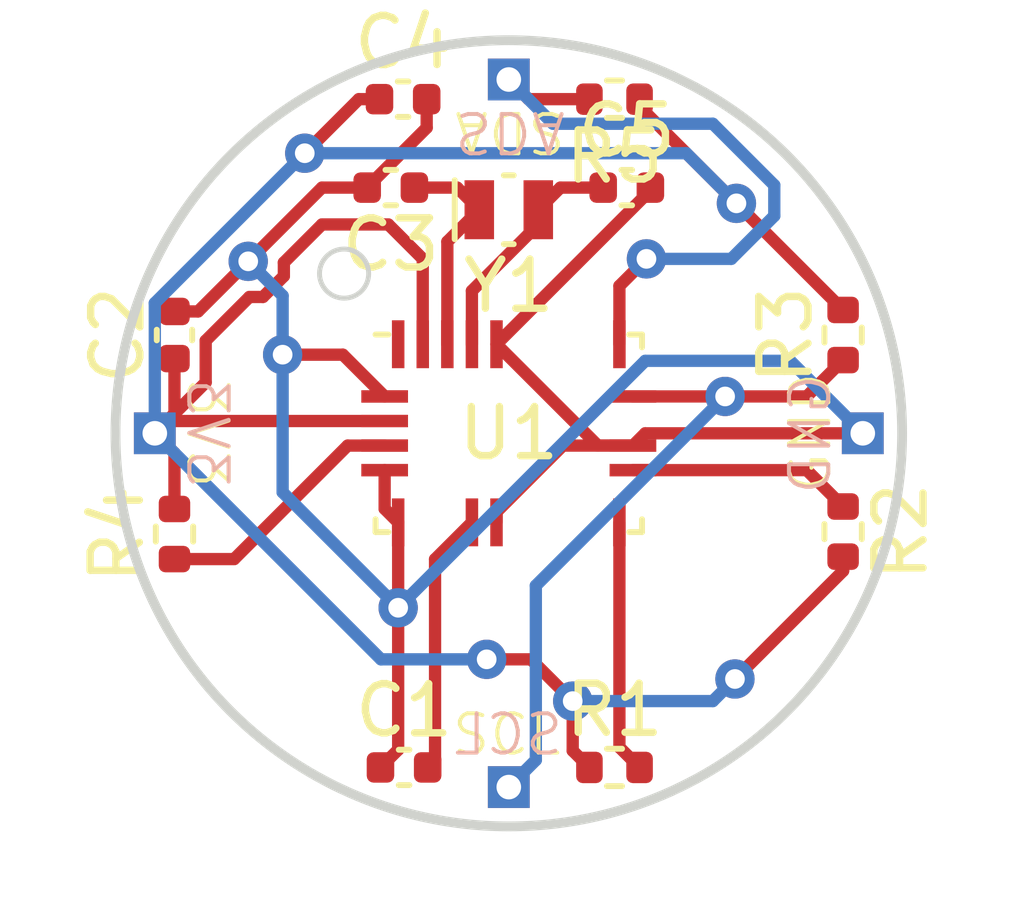
<source format=kicad_pcb>
(kicad_pcb (version 20221018) (generator pcbnew)
  (layers (0 "F.Cu" signal) (31 "B.Cu" signal) (34 "B.Paste" user) (35 "F.Paste" user) (36 "B.SilkS" user "B.Silkscreen") (37 "F.SilkS" user "F.Silkscreen") (38 "B.Mask" user) (39 "F.Mask" user) (44 "Edge.Cuts" user))
  (net 0 "")
  (net 1 "CLKSEL0")
  (net 2 "Net-(U1-CAP)")
  (net 3 "+3.3V")
  (net 4 "XIN32")
  (net 5 "CLKSEL1")
  (net 6 "SDA")
  (net 7 "SCL")
  (net 8 "Net-(U1-ENV_SCL)")
  (net 9 "Net-(U1-ENV_SDA)")
  (net 10 "Net-(U1-BOOTN)")
  (footprint "Resistor_SMD:R_0402_1005Metric" (layer "F.Cu") (at 161.8 83 90)
    (fp_text reference "R3" (at 0 -1.17 90) (layer "F.SilkS"))
    (fp_text value "2.2k")
    (fp_line (start -0.153641 -0.38) (end 0.153641 -0.38) (stroke (width 0.12)) (layer "F.SilkS"))
    (fp_line (start -0.153641 0.38) (end 0.153641 0.38) (stroke (width 0.12)) (layer "F.SilkS"))
    (pad "1" smd roundrect (at -0.51 0 90) (size 0.54 0.64) (layers "F.Cu" "F.Paste" "F.Mask") (net 7 "SCL"))
    (pad "2" smd roundrect (at 0.51 0 90) (size 0.54 0.64) (layers "F.Cu" "F.Paste" "F.Mask") (net 3 "+3.3V"))
  )
  (footprint "Capacitor_SMD:C_0402_1005Metric" (layer "F.Cu") (at 152.6 80 180)
    (fp_text reference "C3" (at 0 -1.16) (layer "F.SilkS"))
    (fp_text value "22pF")
    (fp_line (start -0.107836 -0.36) (end 0.107836 -0.36) (stroke (width 0.12)) (layer "F.SilkS"))
    (fp_line (start -0.107836 0.36) (end 0.107836 0.36) (stroke (width 0.12)) (layer "F.SilkS"))
    (pad "1" smd roundrect (at -0.48 0 180) (size 0.56 0.62) (layers "F.Cu" "F.Paste" "F.Mask") (net 4 "XIN32"))
    (pad "2" smd roundrect (at 0.48 0 180) (size 0.56 0.62) (layers "F.Cu" "F.Paste" "F.Mask") (net 1 "CLKSEL0"))
  )
  (footprint "Connector_PinHeader_1.00mm:PinHeader_1x01_P1.00mm_Vertical" (layer "F.Cu") (at 147.8 85)
    (fp_text reference "J3" hide)
    (fp_text value "PIN_3V3")
    (pad "1" thru_hole rect (at 0 0) (size 0.85 0.85) (drill 0.5) (layers "*.Cu" "*.Mask") (net 3 "+3.3V"))
  )
  (footprint "Resistor_SMD:R_0402_1005Metric" (layer "F.Cu") (at 157.15 91.8)
    (fp_text reference "R1" (at 0 -1.17) (layer "F.SilkS"))
    (fp_text value "2.2k")
    (fp_line (start -0.153641 -0.38) (end 0.153641 -0.38) (stroke (width 0.12)) (layer "F.SilkS"))
    (fp_line (start -0.153641 0.38) (end 0.153641 0.38) (stroke (width 0.12)) (layer "F.SilkS"))
    (pad "1" smd roundrect (at -0.51 0) (size 0.54 0.64) (layers "F.Cu" "F.Paste" "F.Mask") (net 3 "+3.3V"))
    (pad "2" smd roundrect (at 0.51 0) (size 0.54 0.64) (layers "F.Cu" "F.Paste" "F.Mask") (net 8 "Net-(U1-ENV_SCL)"))
  )
  (footprint "Connector_PinHeader_1.00mm:PinHeader_1x01_P1.00mm_Vertical" (layer "F.Cu") (at 155 92.2)
    (fp_text reference "J1" hide)
    (fp_text value "PIN_SCL")
    (pad "1" thru_hole rect (at 0 0) (size 0.85 0.85) (drill 0.5) (layers "*.Cu" "*.Mask") (net 7 "SCL"))
  )
  (footprint "Resistor_SMD:R_0402_1005Metric" (layer "F.Cu") (at 157.15 78.2 180)
    (fp_text reference "R5" (at 0 -1.17) (layer "F.SilkS"))
    (fp_text value "2.2k")
    (fp_line (start -0.153641 -0.38) (end 0.153641 -0.38) (stroke (width 0.12)) (layer "F.SilkS"))
    (fp_line (start -0.153641 0.38) (end 0.153641 0.38) (stroke (width 0.12)) (layer "F.SilkS"))
    (pad "1" smd roundrect (at -0.51 0 180) (size 0.54 0.64) (layers "F.Cu" "F.Paste" "F.Mask") (net 3 "+3.3V"))
    (pad "2" smd roundrect (at 0.51 0 180) (size 0.54 0.64) (layers "F.Cu" "F.Paste" "F.Mask") (net 6 "SDA"))
  )
  (footprint "Crystal:Crystal_SMD_MicroCrystal_CM9V-T1A-2Pin_1.6x1.0mm" (layer "F.Cu") (at 155 80.45)
    (fp_text reference "Y1" (at 0 1.55) (layer "F.SilkS"))
    (fp_text value "32.768kHz")
    (fp_line (start -1.1 -0.6) (end -1.1 0.6) (stroke (width 0.12)) (layer "F.SilkS"))
    (fp_line (start -0.1 -0.7) (end 0.1 -0.7) (stroke (width 0.12)) (layer "F.SilkS"))
    (fp_line (start -0.1 0.7) (end 0.1 0.7) (stroke (width 0.12)) (layer "F.SilkS"))
    (pad "1" smd rect (at -0.6 0) (size 0.6 1.2) (layers "F.Cu" "F.Paste" "F.Mask") (net 4 "XIN32"))
    (pad "2" smd rect (at 0.6 0) (size 0.6 1.2) (layers "F.Cu" "F.Paste" "F.Mask") (net 5 "CLKSEL1"))
  )
  (footprint "Resistor_SMD:R_0402_1005Metric" (layer "F.Cu") (at 161.8 87 -90)
    (fp_text reference "R2" (at 0 -1.17 90) (layer "F.SilkS"))
    (fp_text value "2.2k")
    (fp_line (start -0.153641 -0.38) (end 0.153641 -0.38) (stroke (width 0.12)) (layer "F.SilkS"))
    (fp_line (start -0.153641 0.38) (end 0.153641 0.38) (stroke (width 0.12)) (layer "F.SilkS"))
    (pad "1" smd roundrect (at -0.51 0 270) (size 0.54 0.64) (layers "F.Cu" "F.Paste" "F.Mask") (net 9 "Net-(U1-ENV_SDA)"))
    (pad "2" smd roundrect (at 0.51 0 270) (size 0.54 0.64) (layers "F.Cu" "F.Paste" "F.Mask") (net 3 "+3.3V"))
  )
  (footprint "Resistor_SMD:R_0402_1005Metric" (layer "F.Cu") (at 148.2 87.05 90)
    (fp_text reference "R4" (at 0 -1.17 90) (layer "F.SilkS"))
    (fp_text value "10k")
    (fp_line (start -0.153641 -0.38) (end 0.153641 -0.38) (stroke (width 0.12)) (layer "F.SilkS"))
    (fp_line (start -0.153641 0.38) (end 0.153641 0.38) (stroke (width 0.12)) (layer "F.SilkS"))
    (pad "1" smd roundrect (at -0.51 0 90) (size 0.54 0.64) (layers "F.Cu" "F.Paste" "F.Mask") (net 10 "Net-(U1-BOOTN)"))
    (pad "2" smd roundrect (at 0.51 0 90) (size 0.54 0.64) (layers "F.Cu" "F.Paste" "F.Mask") (net 3 "+3.3V"))
  )
  (footprint "Capacitor_SMD:C_0402_1005Metric" (layer "F.Cu") (at 157.4 80)
    (fp_text reference "C5" (at 0 -1.16) (layer "F.SilkS"))
    (fp_text value "22pF")
    (fp_line (start -0.107836 -0.36) (end 0.107836 -0.36) (stroke (width 0.12)) (layer "F.SilkS"))
    (fp_line (start -0.107836 0.36) (end 0.107836 0.36) (stroke (width 0.12)) (layer "F.SilkS"))
    (pad "1" smd roundrect (at -0.48 0) (size 0.56 0.62) (layers "F.Cu" "F.Paste" "F.Mask") (net 5 "CLKSEL1"))
    (pad "2" smd roundrect (at 0.48 0) (size 0.56 0.62) (layers "F.Cu" "F.Paste" "F.Mask") (net 1 "CLKSEL0"))
  )
  (footprint "Connector_PinHeader_1.00mm:PinHeader_1x01_P1.00mm_Vertical" (layer "F.Cu") (at 162.2 85)
    (fp_text reference "J4" hide)
    (fp_text value "PIN_GND")
    (pad "1" thru_hole rect (at 0 0) (size 0.85 0.85) (drill 0.5) (layers "*.Cu" "*.Mask") (net 1 "CLKSEL0"))
  )
  (footprint "Capacitor_SMD:C_0402_1005Metric" (layer "F.Cu") (at 152.87 91.8)
    (fp_text reference "C1" (at 0 -1.16) (layer "F.SilkS"))
    (fp_text value "100nF")
    (fp_line (start -0.107836 -0.36) (end 0.107836 -0.36) (stroke (width 0.12)) (layer "F.SilkS"))
    (fp_line (start -0.107836 0.36) (end 0.107836 0.36) (stroke (width 0.12)) (layer "F.SilkS"))
    (pad "1" smd roundrect (at -0.48 0) (size 0.56 0.62) (layers "F.Cu" "F.Paste" "F.Mask") (net 1 "CLKSEL0"))
    (pad "2" smd roundrect (at 0.48 0) (size 0.56 0.62) (layers "F.Cu" "F.Paste" "F.Mask") (net 2 "Net-(U1-CAP)"))
  )
  (footprint "Capacitor_SMD:C_0402_1005Metric" (layer "F.Cu") (at 152.85 78.2)
    (fp_text reference "C4" (at 0 -1.16) (layer "F.SilkS"))
    (fp_text value "100nF")
    (fp_line (start -0.107836 -0.36) (end 0.107836 -0.36) (stroke (width 0.12)) (layer "F.SilkS"))
    (fp_line (start -0.107836 0.36) (end 0.107836 0.36) (stroke (width 0.12)) (layer "F.SilkS"))
    (pad "1" smd roundrect (at -0.48 0) (size 0.56 0.62) (layers "F.Cu" "F.Paste" "F.Mask") (net 3 "+3.3V"))
    (pad "2" smd roundrect (at 0.48 0) (size 0.56 0.62) (layers "F.Cu" "F.Paste" "F.Mask") (net 1 "CLKSEL0"))
  )
  (footprint "Capacitor_SMD:C_0402_1005Metric" (layer "F.Cu") (at 148.2 83 90)
    (fp_text reference "C2" (at 0 -1.16 90) (layer "F.SilkS"))
    (fp_text value "100nF")
    (fp_line (start -0.107836 -0.36) (end 0.107836 -0.36) (stroke (width 0.12)) (layer "F.SilkS"))
    (fp_line (start -0.107836 0.36) (end 0.107836 0.36) (stroke (width 0.12)) (layer "F.SilkS"))
    (pad "1" smd roundrect (at -0.48 0 90) (size 0.56 0.62) (layers "F.Cu" "F.Paste" "F.Mask") (net 3 "+3.3V"))
    (pad "2" smd roundrect (at 0.48 0 90) (size 0.56 0.62) (layers "F.Cu" "F.Paste" "F.Mask") (net 1 "CLKSEL0"))
  )
  (footprint "Package_LGA:LGA-28_5.2x3.8mm_P0.5mm" (layer "F.Cu") (at 155 85)
    (fp_text reference "U1" (at 0 0) (layer "F.SilkS"))
    (fp_text value "~")
    (fp_line (start -2.71 -2.01) (end -2.45 -2.01) (stroke (width 0.12)) (layer "F.SilkS"))
    (fp_line (start -2.71 2.01) (end -2.71 1.75) (stroke (width 0.12)) (layer "F.SilkS"))
    (fp_line (start -2.71 2.01) (end -2.45 2.01) (stroke (width 0.12)) (layer "F.SilkS"))
    (fp_line (start 2.71 -2.01) (end 2.45 -2.01) (stroke (width 0.12)) (layer "F.SilkS"))
    (fp_line (start 2.71 -2.01) (end 2.71 -1.75) (stroke (width 0.12)) (layer "F.SilkS"))
    (fp_line (start 2.71 2.01) (end 2.45 2.01) (stroke (width 0.12)) (layer "F.SilkS"))
    (fp_line (start 2.71 2.01) (end 2.71 1.75) (stroke (width 0.12)) (layer "F.SilkS"))
    (pad "1" smd rect (at -2.25 -1.8125) (size 0.254 0.975) (layers "F.Cu" "F.Paste" "F.Mask"))
    (pad "2" smd rect (at -2.525 -0.75 90) (size 0.254 0.95) (layers "F.Cu" "F.Paste" "F.Mask") (net 1 "CLKSEL0"))
    (pad "3" smd rect (at -2.525 -0.25 90) (size 0.254 0.95) (layers "F.Cu" "F.Paste" "F.Mask") (net 3 "+3.3V"))
    (pad "4" smd rect (at -2.525 0.25 90) (size 0.254 0.95) (layers "F.Cu" "F.Paste" "F.Mask") (net 10 "Net-(U1-BOOTN)"))
    (pad "5" smd rect (at -2.525 0.75 90) (size 0.254 0.95) (layers "F.Cu" "F.Paste" "F.Mask") (net 1 "CLKSEL0"))
    (pad "6" smd rect (at -2.25 1.8125) (size 0.254 0.975) (layers "F.Cu" "F.Paste" "F.Mask") (net 1 "CLKSEL0"))
    (pad "9" smd rect (at -0.75 1.8125) (size 0.254 0.975) (layers "F.Cu" "F.Paste" "F.Mask") (net 2 "Net-(U1-CAP)"))
    (pad "10" smd rect (at -0.25 1.8125) (size 0.254 0.975) (layers "F.Cu" "F.Paste" "F.Mask") (net 1 "CLKSEL0"))
    (pad "15" smd rect (at 2.25 1.8125) (size 0.254 0.975) (layers "F.Cu" "F.Paste" "F.Mask") (net 8 "Net-(U1-ENV_SCL)"))
    (pad "16" smd rect (at 2.525 0.75 90) (size 0.254 0.95) (layers "F.Cu" "F.Paste" "F.Mask") (net 9 "Net-(U1-ENV_SDA)"))
    (pad "17" smd rect (at 2.525 0.25 90) (size 0.254 0.95) (layers "F.Cu" "F.Paste" "F.Mask") (net 1 "CLKSEL0"))
    (pad "19" smd rect (at 2.525 -0.75 90) (size 0.254 0.95) (layers "F.Cu" "F.Paste" "F.Mask") (net 7 "SCL"))
    (pad "20" smd rect (at 2.25 -1.8125) (size 0.254 0.975) (layers "F.Cu" "F.Paste" "F.Mask") (net 6 "SDA"))
    (pad "25" smd rect (at -0.25 -1.8125) (size 0.254 0.975) (layers "F.Cu" "F.Paste" "F.Mask") (net 1 "CLKSEL0"))
    (pad "26" smd rect (at -0.75 -1.8125) (size 0.254 0.975) (layers "F.Cu" "F.Paste" "F.Mask") (net 5 "CLKSEL1"))
    (pad "27" smd rect (at -1.25 -1.8125) (size 0.254 0.975) (layers "F.Cu" "F.Paste" "F.Mask") (net 4 "XIN32"))
    (pad "28" smd rect (at -1.75 -1.8125) (size 0.254 0.975) (layers "F.Cu" "F.Paste" "F.Mask") (net 3 "+3.3V"))
  )
  (footprint "Connector_PinHeader_1.00mm:PinHeader_1x01_P1.00mm_Vertical" (layer "F.Cu") (at 155 77.8)
    (fp_text reference "J2" hide)
    (fp_text value "PIN_SDA")
    (pad "1" thru_hole rect (at 0 0) (size 0.85 0.85) (drill 0.5) (layers "*.Cu" "*.Mask") (net 6 "SDA"))
  )
  (gr_circle (center 151.65 81.75) (end 152.15 81.75) (stroke (width 0.1)) (fill none) (layer "Edge.Cuts"))
  (gr_circle (center 155 85) (end 163 85) (stroke (width 0.2)) (fill none) (layer "Edge.Cuts"))
  (gr_text "SDA" (at 153.85 78.4 -180) (layer "B.SilkS") (effects (font (size 0.8 0.8) (thickness 0.08)) (justify left bottom mirror)))
  (gr_text "GND" (at 161.6 83.75 90) (layer "B.SilkS") (effects (font (size 0.8 0.8) (thickness 0.08)) (justify left bottom mirror)))
  (gr_text "3V3" (at 148.4 86.15 -90) (layer "B.SilkS") (effects (font (size 0.8 0.8) (thickness 0.08)) (justify left bottom mirror)))
  (gr_text "SCL" (at 156.15 91.6) (layer "B.SilkS") (effects (font (size 0.8 0.8) (thickness 0.08)) (justify left bottom mirror)))
  (gr_text "GND" (at 161.6 86.25 90) (layer "F.SilkS") (effects (font (size 0.8 0.8) (thickness 0.08)) (justify left bottom)))
  (gr_text "SCL" (at 153.8 91.6) (layer "F.SilkS") (effects (font (size 0.8 0.8) (thickness 0.08)) (justify left bottom)))
  (gr_text "3V3" (at 148.4 83.85 -90) (layer "F.SilkS") (effects (font (size 0.8 0.8) (thickness 0.08)) (justify left bottom)))
  (gr_text "SDA" (at 156.2 78.4 180) (layer "F.SilkS") (effects (font (size 0.8 0.8) (thickness 0.08)) (justify left bottom)))
  (segment (start 156.1 85.25) (end 157.525 85.25) (width 0.25) (layer "F.Cu") (net 1))
  (segment (start 148.2 82.52) (end 148.68 82.52) (width 0.25) (layer "F.Cu") (net 1))
  (segment (start 157.88 80.0575) (end 154.75 83.1875) (width 0.25) (layer "F.Cu") (net 1))
  (segment (start 156.8125 85.25) (end 157.525 85.25) (width 0.25) (layer "F.Cu") (net 1))
  (segment (start 153.33 78.2) (end 153.33 78.782391) (width 0.25) (layer "F.Cu") (net 1))
  (segment (start 151.625 83.4) (end 152.475 84.25) (width 0.25) (layer "F.Cu") (net 1))
  (segment (start 154.75 83.1875) (end 156.8125 85.25) (width 0.25) (layer "F.Cu") (net 1))
  (segment (start 152.39 91.8) (end 152.75 91.44) (width 0.25) (layer "F.Cu") (net 1))
  (segment (start 152.12 79.992391) (end 152.12 80) (width 0.25) (layer "F.Cu") (net 1))
  (segment (start 157.775 85) (end 157.525 85.25) (width 0.25) (layer "F.Cu") (net 1))
  (segment (start 162.2 85) (end 157.775 85) (width 0.25) (layer "F.Cu") (net 1))
  (segment (start 152.12 80) (end 151.2 80) (width 0.25) (layer "F.Cu") (net 1))
  (segment (start 148.68 82.52) (end 149.7 81.5) (width 0.25) (layer "F.Cu") (net 1))
  (segment (start 152.75 88.55) (end 152.75 86.8125) (width 0.25) (layer "F.Cu") (net 1))
  (segment (start 157.88 80) (end 157.88 80.0575) (width 0.25) (layer "F.Cu") (net 1))
  (segment (start 152.475 85.75) (end 152.475 86.5375) (width 0.25) (layer "F.Cu") (net 1))
  (segment (start 152.475 86.5375) (end 152.75 86.8125) (width 0.25) (layer "F.Cu") (net 1))
  (segment (start 151.2 80) (end 149.7 81.5) (width 0.25) (layer "F.Cu") (net 1))
  (segment (start 152.75 91.44) (end 152.75 88.55) (width 0.25) (layer "F.Cu") (net 1))
  (segment (start 154.75 86.6) (end 156.1 85.25) (width 0.25) (layer "F.Cu") (net 1))
  (segment (start 153.33 78.782391) (end 152.12 79.992391) (width 0.25) (layer "F.Cu") (net 1))
  (segment (start 154.75 86.8125) (end 154.75 86.6) (width 0.25) (layer "F.Cu") (net 1))
  (segment (start 150.4 83.4) (end 151.625 83.4) (width 0.25) (layer "F.Cu") (net 1))
  (via (at 149.7 81.5) (size 0.8) (drill 0.4) (layers "F.Cu" "B.Cu") (net 1))
  (via (at 152.75 88.55) (size 0.8) (drill 0.4) (layers "F.Cu" "B.Cu") (net 1))
  (via (at 150.4 83.4) (size 0.8) (drill 0.4) (layers "F.Cu" "B.Cu") (net 1))
  (segment (start 150.4 86.2) (end 150.4 83.4) (width 0.25) (layer "B.Cu") (net 1))
  (segment (start 162.2 85) (end 160.725 83.525) (width 0.25) (layer "B.Cu") (net 1))
  (segment (start 150.4 82.2) (end 149.7 81.5) (width 0.25) (layer "B.Cu") (net 1))
  (segment (start 152.75 88.55) (end 150.4 86.2) (width 0.25) (layer "B.Cu") (net 1))
  (segment (start 157.775 83.525) (end 152.75 88.55) (width 0.25) (layer "B.Cu") (net 1))
  (segment (start 160.725 83.525) (end 157.775 83.525) (width 0.25) (layer "B.Cu") (net 1))
  (segment (start 150.4 83.4) (end 150.4 82.2) (width 0.25) (layer "B.Cu") (net 1))
  (segment (start 153.5 87.5625) (end 154.25 86.8125) (width 0.25) (layer "F.Cu") (net 2))
  (segment (start 153.35 91.8) (end 153.5 91.65) (width 0.25) (layer "F.Cu") (net 2))
  (segment (start 153.5 91.65) (end 153.5 87.5625) (width 0.25) (layer "F.Cu") (net 2))
  (segment (start 150.425 81.525) (end 151.2 80.75) (width 0.25) (layer "F.Cu") (net 3))
  (segment (start 149.725 82.225) (end 150.000305 82.225) (width 0.25) (layer "F.Cu") (net 3))
  (segment (start 153.25 81.45) (end 153.25 83.1875) (width 0.25) (layer "F.Cu") (net 3))
  (segment (start 151.95 78.2) (end 150.85 79.3) (width 0.25) (layer "F.Cu") (net 3))
  (segment (start 152.37 78.2) (end 151.95 78.2) (width 0.25) (layer "F.Cu") (net 3))
  (segment (start 157.66 78.35) (end 159.63 80.32) (width 0.25) (layer "F.Cu") (net 3))
  (segment (start 156.3 90.45) (end 156.3 91.46) (width 0.25) (layer "F.Cu") (net 3))
  (segment (start 150.425 81.800305) (end 150.425 81.525) (width 0.25) (layer "F.Cu") (net 3))
  (segment (start 148.2 84.6) (end 147.8 85) (width 0.25) (layer "F.Cu") (net 3))
  (segment (start 156.3 91.46) (end 156.64 91.8) (width 0.25) (layer "F.Cu") (net 3))
  (segment (start 157.66 78.2) (end 157.66 78.35) (width 0.25) (layer "F.Cu") (net 3))
  (segment (start 148.835 83.965) (end 148.835 83.115) (width 0.25) (layer "F.Cu") (net 3))
  (segment (start 148.835 83.115) (end 149.725 82.225) (width 0.25) (layer "F.Cu") (net 3))
  (segment (start 148.2 85.4) (end 147.8 85) (width 0.25) (layer "F.Cu") (net 3))
  (segment (start 159.63 80.32) (end 161.8 82.49) (width 0.25) (layer "F.Cu") (net 3))
  (segment (start 154.55 89.6) (end 155.45 89.6) (width 0.25) (layer "F.Cu") (net 3))
  (segment (start 161.8 87.51) (end 161.8 87.8) (width 0.25) (layer "F.Cu") (net 3))
  (segment (start 147.8 85) (end 148.05 84.75) (width 0.25) (layer "F.Cu") (net 3))
  (segment (start 148.2 83.48) (end 148.2 84.6) (width 0.25) (layer "F.Cu") (net 3))
  (segment (start 155.45 89.6) (end 156.3 90.45) (width 0.25) (layer "F.Cu") (net 3))
  (segment (start 161.8 87.8) (end 159.6 90) (width 0.25) (layer "F.Cu") (net 3))
  (segment (start 152.55 80.75) (end 153.25 81.45) (width 0.25) (layer "F.Cu") (net 3))
  (segment (start 151.2 80.75) (end 152.55 80.75) (width 0.25) (layer "F.Cu") (net 3))
  (segment (start 148.2 86.54) (end 148.2 85.4) (width 0.25) (layer "F.Cu") (net 3))
  (segment (start 150.000305 82.225) (end 150.425 81.800305) (width 0.25) (layer "F.Cu") (net 3))
  (segment (start 147.8 85) (end 148.835 83.965) (width 0.25) (layer "F.Cu") (net 3))
  (segment (start 148.05 84.75) (end 152.475 84.75) (width 0.25) (layer "F.Cu") (net 3))
  (via (at 154.55 89.6) (size 0.8) (drill 0.4) (layers "F.Cu" "B.Cu") (net 3))
  (via (at 159.63 80.32) (size 0.8) (drill 0.4) (layers "F.Cu" "B.Cu") (net 3))
  (via (at 156.3 90.45) (size 0.8) (drill 0.4) (layers "F.Cu" "B.Cu") (net 3))
  (via (at 150.85 79.3) (size 0.8) (drill 0.4) (layers "F.Cu" "B.Cu") (net 3))
  (via (at 159.6 90) (size 0.8) (drill 0.4) (layers "F.Cu" "B.Cu") (net 3))
  (segment (start 147.8 82.35) (end 147.8 85) (width 0.25) (layer "B.Cu") (net 3))
  (segment (start 159.15 90.45) (end 156.3 90.45) (width 0.25) (layer "B.Cu") (net 3))
  (segment (start 152.4 89.6) (end 154.55 89.6) (width 0.25) (layer "B.Cu") (net 3))
  (segment (start 158.61 79.3) (end 159.63 80.32) (width 0.25) (layer "B.Cu") (net 3))
  (segment (start 150.85 79.3) (end 147.8 82.35) (width 0.25) (layer "B.Cu") (net 3))
  (segment (start 159.6 90) (end 159.15 90.45) (width 0.25) (layer "B.Cu") (net 3))
  (segment (start 150.85 79.3) (end 158.61 79.3) (width 0.25) (layer "B.Cu") (net 3))
  (segment (start 147.8 85) (end 152.4 89.6) (width 0.25) (layer "B.Cu") (net 3))
  (segment (start 153.95 80) (end 154.4 80.45) (width 0.25) (layer "F.Cu") (net 4))
  (segment (start 154.4 80.45) (end 153.75 81.1) (width 0.25) (layer "F.Cu") (net 4))
  (segment (start 153.75 81.1) (end 153.75 83.1875) (width 0.25) (layer "F.Cu") (net 4))
  (segment (start 153.08 80) (end 153.95 80) (width 0.25) (layer "F.Cu") (net 4))
  (segment (start 155.6 80.45) (end 155.6 80.75) (width 0.25) (layer "F.Cu") (net 5))
  (segment (start 154.25 82.1) (end 154.25 83.1875) (width 0.25) (layer "F.Cu") (net 5))
  (segment (start 155.6 80.75) (end 154.25 82.1) (width 0.25) (layer "F.Cu") (net 5))
  (segment (start 156.92 80) (end 156.05 80) (width 0.25) (layer "F.Cu") (net 5))
  (segment (start 156.05 80) (end 155.6 80.45) (width 0.25) (layer "F.Cu") (net 5))
  (segment (start 157.25 82) (end 157.8 81.45) (width 0.25) (layer "F.Cu") (net 6))
  (segment (start 156.64 78.2) (end 155.4 78.2) (width 0.25) (layer "F.Cu") (net 6))
  (segment (start 155.4 78.2) (end 155 77.8) (width 0.25) (layer "F.Cu") (net 6))
  (segment (start 157.25 83.1875) (end 157.25 82) (width 0.25) (layer "F.Cu") (net 6))
  (via (at 157.8 81.45) (size 0.8) (drill 0.4) (layers "F.Cu" "B.Cu") (net 6))
  (segment (start 160.4 80.575305) (end 160.4 79.95) (width 0.25) (layer "B.Cu") (net 6))
  (segment (start 155.9 78.7) (end 155 77.8) (width 0.25) (layer "B.Cu") (net 6))
  (segment (start 159.525305 81.45) (end 160.4 80.575305) (width 0.25) (layer "B.Cu") (net 6))
  (segment (start 159.15 78.7) (end 155.9 78.7) (width 0.25) (layer "B.Cu") (net 6))
  (segment (start 157.8 81.45) (end 159.525305 81.45) (width 0.25) (layer "B.Cu") (net 6))
  (segment (start 160.4 79.95) (end 159.15 78.7) (width 0.25) (layer "B.Cu") (net 6))
  (segment (start 157.525 84.25) (end 159.4 84.25) (width 0.25) (layer "F.Cu") (net 7))
  (segment (start 159.4 84.25) (end 161.06 84.25) (width 0.25) (layer "F.Cu") (net 7))
  (segment (start 161.06 84.25) (end 161.8 83.51) (width 0.25) (layer "F.Cu") (net 7))
  (via (at 159.4 84.25) (size 0.8) (drill 0.4) (layers "F.Cu" "B.Cu") (net 7))
  (segment (start 155.55 91.65) (end 155.55 88.1) (width 0.25) (layer "B.Cu") (net 7))
  (segment (start 155.55 88.1) (end 159.4 84.25) (width 0.25) (layer "B.Cu") (net 7))
  (segment (start 155 92.2) (end 155.55 91.65) (width 0.25) (layer "B.Cu") (net 7))
  (segment (start 157.25 91.39) (end 157.66 91.8) (width 0.25) (layer "F.Cu") (net 8))
  (segment (start 157.25 86.8125) (end 157.25 91.39) (width 0.25) (layer "F.Cu") (net 8))
  (segment (start 157.525 85.75) (end 161.06 85.75) (width 0.25) (layer "F.Cu") (net 9))
  (segment (start 161.06 85.75) (end 161.8 86.49) (width 0.25) (layer "F.Cu") (net 9))
  (segment (start 152.475 85.25) (end 151.723 85.25) (width 0.25) (layer "F.Cu") (net 10))
  (segment (start 151.723 85.25) (end 149.413 87.56) (width 0.25) (layer "F.Cu") (net 10))
  (segment (start 149.413 87.56) (end 148.2 87.56) (width 0.25) (layer "F.Cu") (net 10))
)
</source>
